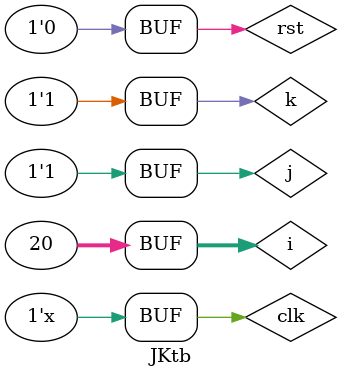
<source format=v>
`timescale 1ns / 1ps

module JKtb;

	reg clk;
	reg j;
	reg k;
	reg rst;

	wire q;
	integer i;

	JK uut (	
	.clk(clk),
	.j(j),
	.k(k),
	.rst(rst),
	.q(q)
	);

   always #5 clk = ~clk;

	initial begin
		clk=0;
		rst=1;
		j=0;
		k=0;

		#100;
      rst = 0;

		for (i=0; i<20; i=i+1)
		begin
			#7 {j} = i[1];
			#13 {k} = i[1];
		end
	end
      
endmodule

</source>
